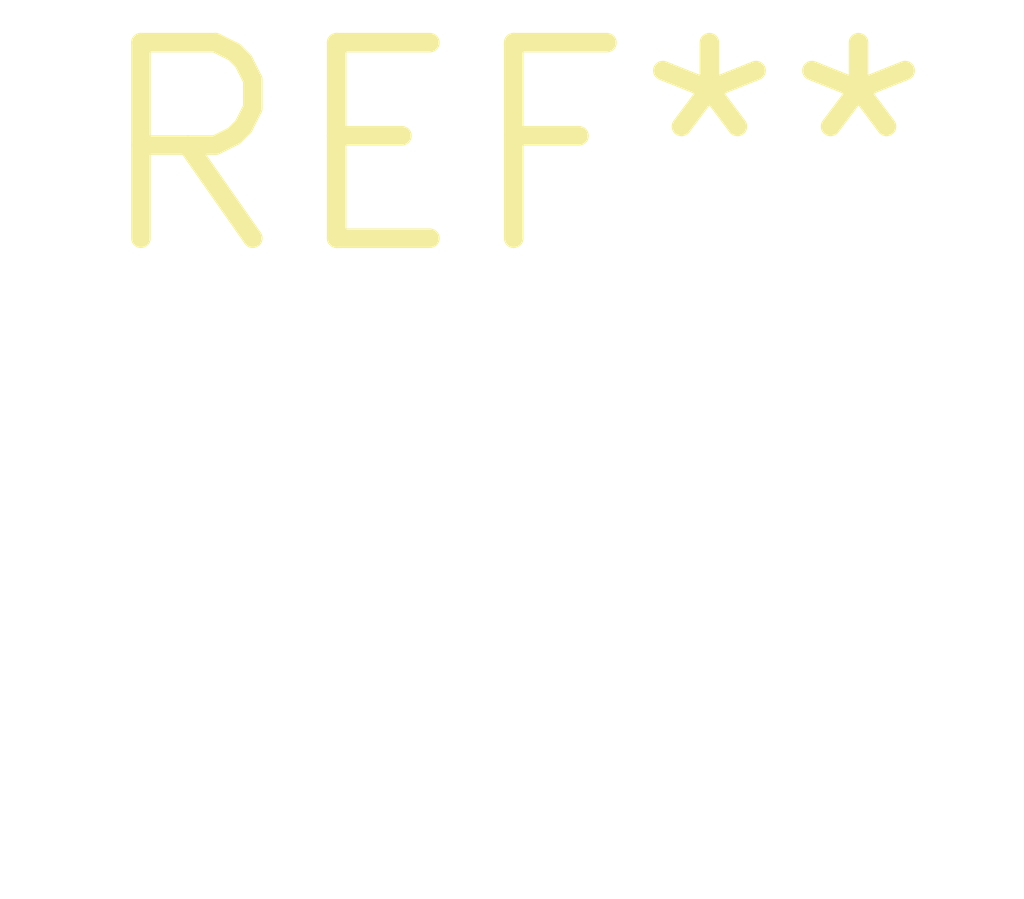
<source format=kicad_pcb>
(kicad_pcb (version 20241229) (generator "pcbnew") (generator_version "9.0")
  (layers (0 "F.Cu" signal) (2 "B.Cu" signal) (13 "F.Paste" user) (15 "B.Paste" user) (5 "F.SilkS" user "F.Silkscreen") (7 "B.SilkS" user "B.Silkscreen") (1 "F.Mask" user) (3 "B.Mask" user) (25 "Edge.Cuts" user))
  (net 0 "")
  (footprint "MOSBius_V2_CHIP:Mother" (layer "F.Cu") (at 107.4 90.6)
    (property "Reference" "REF**" (at 0 -0.5 0) (layer "F.SilkS") (effects (font (thickness 0.1))))
    (property "Value" "Mother")
  )
)
</source>
